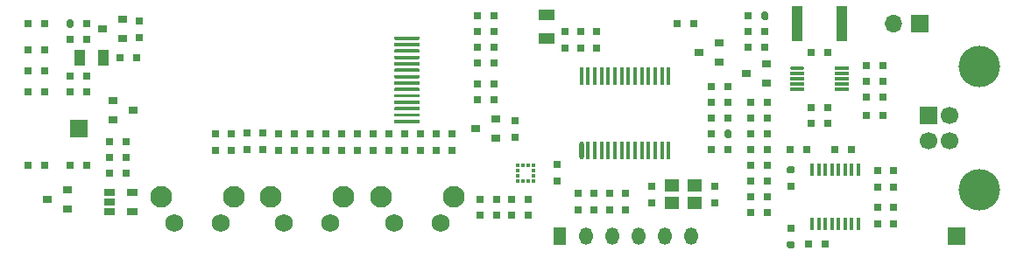
<source format=gts>
%TF.GenerationSoftware,KiCad,Pcbnew,(5.1.10)-1*%
%TF.CreationDate,2021-09-27T23:39:52+02:00*%
%TF.ProjectId,XX,58582e6b-6963-4616-945f-706362585858,V00*%
%TF.SameCoordinates,Original*%
%TF.FileFunction,Soldermask,Top*%
%TF.FilePolarity,Negative*%
%FSLAX46Y46*%
G04 Gerber Fmt 4.6, Leading zero omitted, Abs format (unit mm)*
G04 Created by KiCad (PCBNEW (5.1.10)-1) date 2021-09-27 23:39:52*
%MOMM*%
%LPD*%
G01*
G04 APERTURE LIST*
%ADD10C,2.100000*%
%ADD11C,1.750000*%
%ADD12R,1.300000X1.700000*%
%ADD13O,1.300000X1.700000*%
%ADD14R,1.700000X1.700000*%
%ADD15O,1.700000X1.700000*%
%ADD16R,0.700000X0.800000*%
%ADD17R,0.800000X0.700000*%
%ADD18R,1.000000X1.500000*%
%ADD19R,1.400000X1.200000*%
%ADD20R,1.500000X1.000000*%
%ADD21R,0.900000X0.800000*%
%ADD22O,1.475000X0.300000*%
%ADD23R,1.475000X0.300000*%
%ADD24O,0.400000X1.200000*%
%ADD25R,0.400000X1.200000*%
%ADD26R,0.375000X0.350000*%
%ADD27R,0.350000X0.375000*%
%ADD28R,1.060000X0.650000*%
%ADD29O,0.450000X1.750000*%
%ADD30R,0.450000X1.750000*%
%ADD31C,1.700000*%
%ADD32C,4.000000*%
%ADD33R,1.125000X3.400000*%
G04 APERTURE END LIST*
D10*
%TO.C,SW3*%
X128570000Y-96290600D03*
D11*
X129830000Y-98780600D03*
X134330000Y-98780600D03*
D10*
X135580000Y-96290600D03*
%TD*%
%TO.C,SW2*%
X139238000Y-96290600D03*
D11*
X140498000Y-98780600D03*
X144998000Y-98780600D03*
D10*
X146248000Y-96290600D03*
%TD*%
%TO.C,SW1*%
X118003600Y-96290600D03*
D11*
X119263600Y-98780600D03*
X123763600Y-98780600D03*
D10*
X125013600Y-96290600D03*
%TD*%
D12*
%TO.C,J1*%
X156464000Y-100050600D03*
D13*
X159004000Y-100050600D03*
X161544000Y-100050600D03*
X164084000Y-100050600D03*
X166624000Y-100050600D03*
X169164000Y-100050600D03*
%TD*%
D14*
%TO.C,J5*%
X191262000Y-79502000D03*
D15*
X188722000Y-79502000D03*
%TD*%
D14*
%TO.C,J4*%
X109982000Y-89662000D03*
%TD*%
%TO.C,U7*%
G36*
G01*
X140480000Y-80986000D02*
X140480000Y-80826000D01*
G75*
G02*
X140560000Y-80746000I80000J0D01*
G01*
X142900000Y-80746000D01*
G75*
G02*
X142980000Y-80826000I0J-80000D01*
G01*
X142980000Y-80986000D01*
G75*
G02*
X142900000Y-81066000I-80000J0D01*
G01*
X140560000Y-81066000D01*
G75*
G02*
X140480000Y-80986000I0J80000D01*
G01*
G37*
G36*
G01*
X140480000Y-81606000D02*
X140480000Y-81446000D01*
G75*
G02*
X140560000Y-81366000I80000J0D01*
G01*
X142900000Y-81366000D01*
G75*
G02*
X142980000Y-81446000I0J-80000D01*
G01*
X142980000Y-81606000D01*
G75*
G02*
X142900000Y-81686000I-80000J0D01*
G01*
X140560000Y-81686000D01*
G75*
G02*
X140480000Y-81606000I0J80000D01*
G01*
G37*
G36*
G01*
X140480000Y-82226000D02*
X140480000Y-82066000D01*
G75*
G02*
X140560000Y-81986000I80000J0D01*
G01*
X142900000Y-81986000D01*
G75*
G02*
X142980000Y-82066000I0J-80000D01*
G01*
X142980000Y-82226000D01*
G75*
G02*
X142900000Y-82306000I-80000J0D01*
G01*
X140560000Y-82306000D01*
G75*
G02*
X140480000Y-82226000I0J80000D01*
G01*
G37*
G36*
G01*
X140480000Y-82846000D02*
X140480000Y-82686000D01*
G75*
G02*
X140560000Y-82606000I80000J0D01*
G01*
X142900000Y-82606000D01*
G75*
G02*
X142980000Y-82686000I0J-80000D01*
G01*
X142980000Y-82846000D01*
G75*
G02*
X142900000Y-82926000I-80000J0D01*
G01*
X140560000Y-82926000D01*
G75*
G02*
X140480000Y-82846000I0J80000D01*
G01*
G37*
G36*
G01*
X140480000Y-83466000D02*
X140480000Y-83306000D01*
G75*
G02*
X140560000Y-83226000I80000J0D01*
G01*
X142900000Y-83226000D01*
G75*
G02*
X142980000Y-83306000I0J-80000D01*
G01*
X142980000Y-83466000D01*
G75*
G02*
X142900000Y-83546000I-80000J0D01*
G01*
X140560000Y-83546000D01*
G75*
G02*
X140480000Y-83466000I0J80000D01*
G01*
G37*
G36*
G01*
X140480000Y-84086000D02*
X140480000Y-83926000D01*
G75*
G02*
X140560000Y-83846000I80000J0D01*
G01*
X142900000Y-83846000D01*
G75*
G02*
X142980000Y-83926000I0J-80000D01*
G01*
X142980000Y-84086000D01*
G75*
G02*
X142900000Y-84166000I-80000J0D01*
G01*
X140560000Y-84166000D01*
G75*
G02*
X140480000Y-84086000I0J80000D01*
G01*
G37*
G36*
G01*
X140480000Y-84706000D02*
X140480000Y-84546000D01*
G75*
G02*
X140560000Y-84466000I80000J0D01*
G01*
X142900000Y-84466000D01*
G75*
G02*
X142980000Y-84546000I0J-80000D01*
G01*
X142980000Y-84706000D01*
G75*
G02*
X142900000Y-84786000I-80000J0D01*
G01*
X140560000Y-84786000D01*
G75*
G02*
X140480000Y-84706000I0J80000D01*
G01*
G37*
G36*
G01*
X140480000Y-85326000D02*
X140480000Y-85166000D01*
G75*
G02*
X140560000Y-85086000I80000J0D01*
G01*
X142900000Y-85086000D01*
G75*
G02*
X142980000Y-85166000I0J-80000D01*
G01*
X142980000Y-85326000D01*
G75*
G02*
X142900000Y-85406000I-80000J0D01*
G01*
X140560000Y-85406000D01*
G75*
G02*
X140480000Y-85326000I0J80000D01*
G01*
G37*
G36*
G01*
X140480000Y-85946000D02*
X140480000Y-85786000D01*
G75*
G02*
X140560000Y-85706000I80000J0D01*
G01*
X142900000Y-85706000D01*
G75*
G02*
X142980000Y-85786000I0J-80000D01*
G01*
X142980000Y-85946000D01*
G75*
G02*
X142900000Y-86026000I-80000J0D01*
G01*
X140560000Y-86026000D01*
G75*
G02*
X140480000Y-85946000I0J80000D01*
G01*
G37*
G36*
G01*
X140480000Y-86566000D02*
X140480000Y-86406000D01*
G75*
G02*
X140560000Y-86326000I80000J0D01*
G01*
X142900000Y-86326000D01*
G75*
G02*
X142980000Y-86406000I0J-80000D01*
G01*
X142980000Y-86566000D01*
G75*
G02*
X142900000Y-86646000I-80000J0D01*
G01*
X140560000Y-86646000D01*
G75*
G02*
X140480000Y-86566000I0J80000D01*
G01*
G37*
G36*
G01*
X140480000Y-87186000D02*
X140480000Y-87026000D01*
G75*
G02*
X140560000Y-86946000I80000J0D01*
G01*
X142900000Y-86946000D01*
G75*
G02*
X142980000Y-87026000I0J-80000D01*
G01*
X142980000Y-87186000D01*
G75*
G02*
X142900000Y-87266000I-80000J0D01*
G01*
X140560000Y-87266000D01*
G75*
G02*
X140480000Y-87186000I0J80000D01*
G01*
G37*
G36*
G01*
X140480000Y-87806000D02*
X140480000Y-87646000D01*
G75*
G02*
X140560000Y-87566000I80000J0D01*
G01*
X142900000Y-87566000D01*
G75*
G02*
X142980000Y-87646000I0J-80000D01*
G01*
X142980000Y-87806000D01*
G75*
G02*
X142900000Y-87886000I-80000J0D01*
G01*
X140560000Y-87886000D01*
G75*
G02*
X140480000Y-87806000I0J80000D01*
G01*
G37*
G36*
G01*
X140480000Y-88426000D02*
X140480000Y-88266000D01*
G75*
G02*
X140560000Y-88186000I80000J0D01*
G01*
X142900000Y-88186000D01*
G75*
G02*
X142980000Y-88266000I0J-80000D01*
G01*
X142980000Y-88426000D01*
G75*
G02*
X142900000Y-88506000I-80000J0D01*
G01*
X140560000Y-88506000D01*
G75*
G02*
X140480000Y-88426000I0J80000D01*
G01*
G37*
G36*
G01*
X140480000Y-89046000D02*
X140480000Y-88886000D01*
G75*
G02*
X140560000Y-88806000I80000J0D01*
G01*
X142900000Y-88806000D01*
G75*
G02*
X142980000Y-88886000I0J-80000D01*
G01*
X142980000Y-89046000D01*
G75*
G02*
X142900000Y-89126000I-80000J0D01*
G01*
X140560000Y-89126000D01*
G75*
G02*
X140480000Y-89046000I0J80000D01*
G01*
G37*
%TD*%
D16*
%TO.C,R16*%
X114604000Y-93980000D03*
X112980000Y-93980000D03*
%TD*%
%TO.C,R44*%
X148540000Y-83312000D03*
X150164000Y-83312000D03*
%TD*%
%TO.C,C13*%
X148794000Y-98044000D03*
X150418000Y-98044000D03*
%TD*%
D17*
%TO.C,C21*%
X139954000Y-91744000D03*
X139954000Y-90120000D03*
%TD*%
D18*
%TO.C,L1*%
X110109000Y-82804000D03*
X112395000Y-82804000D03*
%TD*%
D16*
%TO.C,R12*%
X109170000Y-81000600D03*
X110794000Y-81000600D03*
%TD*%
%TO.C,R7*%
X110794000Y-93218000D03*
X109170000Y-93218000D03*
%TD*%
%TO.C,C11*%
X113996000Y-82804000D03*
X115620000Y-82804000D03*
%TD*%
D19*
%TO.C,Y1*%
X167302000Y-96836600D03*
X169502000Y-96836600D03*
X169502000Y-95136600D03*
X167302000Y-95136600D03*
%TD*%
D14*
%TO.C,J3*%
X194818000Y-100076000D03*
%TD*%
D16*
%TO.C,R1*%
X105106000Y-79502000D03*
X106730000Y-79502000D03*
%TD*%
%TO.C,C8*%
X110794000Y-86106000D03*
X109170000Y-86106000D03*
%TD*%
%TO.C,C6*%
X105106000Y-84074000D03*
X106730000Y-84074000D03*
%TD*%
D17*
%TO.C,C5*%
X171450000Y-96824000D03*
X171450000Y-95200000D03*
%TD*%
%TO.C,C4*%
X165354000Y-95200000D03*
X165354000Y-96824000D03*
%TD*%
D16*
%TO.C,C3*%
X167844000Y-79502000D03*
X169468000Y-79502000D03*
%TD*%
%TO.C,C2*%
X172770000Y-87122000D03*
X171146000Y-87122000D03*
%TD*%
D17*
%TO.C,R36*%
X152146000Y-90474000D03*
X152146000Y-88850000D03*
%TD*%
D16*
%TO.C,R14*%
X171146000Y-85598000D03*
X172770000Y-85598000D03*
%TD*%
%TO.C,R13*%
X114604000Y-90906600D03*
X112980000Y-90906600D03*
%TD*%
D17*
%TO.C,R9*%
X115824000Y-80822000D03*
X115824000Y-79198000D03*
%TD*%
D16*
%TO.C,R43*%
X176326000Y-80264000D03*
X174702000Y-80264000D03*
%TD*%
D17*
%TO.C,R21*%
X129286000Y-90120000D03*
X129286000Y-91744000D03*
%TD*%
%TO.C,R20*%
X138430000Y-91744000D03*
X138430000Y-90120000D03*
%TD*%
%TO.C,R19*%
X123190000Y-90120000D03*
X123190000Y-91744000D03*
%TD*%
D16*
%TO.C,R11*%
X106730000Y-86106000D03*
X105106000Y-86106000D03*
%TD*%
%TO.C,R10*%
X109170000Y-84582000D03*
X110794000Y-84582000D03*
%TD*%
%TO.C,C10*%
X112980000Y-92456000D03*
X114604000Y-92456000D03*
%TD*%
%TO.C,L3*%
X186132000Y-88392000D03*
X187756000Y-88392000D03*
%TD*%
D20*
%TO.C,L2*%
X155194000Y-78613000D03*
X155194000Y-80899000D03*
%TD*%
D16*
%TO.C,R38*%
X180390000Y-91668600D03*
X178766000Y-91668600D03*
%TD*%
%TO.C,R28*%
X182168000Y-100812600D03*
X180544000Y-100812600D03*
%TD*%
%TO.C,R6*%
X171146000Y-91694000D03*
X172770000Y-91694000D03*
%TD*%
D17*
%TO.C,R5*%
X159766000Y-95936600D03*
X159766000Y-97560600D03*
%TD*%
%TO.C,R4*%
X158242000Y-97560600D03*
X158242000Y-95936600D03*
%TD*%
%TO.C,R3*%
X161290000Y-97560600D03*
X161290000Y-95936600D03*
%TD*%
%TO.C,R2*%
X162814000Y-97560600D03*
X162814000Y-95936600D03*
%TD*%
D16*
%TO.C,C1*%
X172770000Y-88646000D03*
X171146000Y-88646000D03*
%TD*%
%TO.C,R45*%
X174956000Y-90170000D03*
X176580000Y-90170000D03*
%TD*%
D21*
%TO.C,U3*%
X176514000Y-85278000D03*
X176514000Y-83378000D03*
X174514000Y-84328000D03*
%TD*%
D22*
%TO.C,U6*%
X179447500Y-83836000D03*
D23*
X179447500Y-84336000D03*
X179447500Y-84836000D03*
X179447500Y-85336000D03*
X179447500Y-85836000D03*
X183772500Y-85836000D03*
X183772500Y-85336000D03*
X183772500Y-84836000D03*
X183772500Y-84336000D03*
X183772500Y-83836000D03*
%TD*%
D24*
%TO.C,U5*%
X180911500Y-98866000D03*
D25*
X181546500Y-98866000D03*
X182181500Y-98866000D03*
X182816500Y-98866000D03*
X183451500Y-98866000D03*
X184086500Y-98866000D03*
X184721500Y-98866000D03*
X185356500Y-98866000D03*
X185356500Y-93666000D03*
X184721500Y-93666000D03*
X184086500Y-93666000D03*
X183451500Y-93666000D03*
X182816500Y-93666000D03*
X182181500Y-93666000D03*
X181546500Y-93666000D03*
X180911500Y-93666000D03*
%TD*%
D26*
%TO.C,U4*%
X152399500Y-93704600D03*
X152399500Y-94204600D03*
X153924500Y-93704600D03*
X153924500Y-94204600D03*
X152399500Y-94704600D03*
X153924500Y-94704600D03*
X152399500Y-93204600D03*
X153924500Y-93204600D03*
D27*
X152912000Y-94717100D03*
X153412000Y-94717100D03*
X153412000Y-93192100D03*
X152912000Y-93192100D03*
%TD*%
D28*
%TO.C,U2*%
X112946000Y-95824000D03*
X112946000Y-96774000D03*
X112946000Y-97724000D03*
X115146000Y-97724000D03*
X115146000Y-95824000D03*
%TD*%
D29*
%TO.C,U1*%
X158589000Y-91738000D03*
D30*
X159239000Y-91738000D03*
X159889000Y-91738000D03*
X160539000Y-91738000D03*
X161189000Y-91738000D03*
X161839000Y-91738000D03*
X162489000Y-91738000D03*
X163139000Y-91738000D03*
X163789000Y-91738000D03*
X164439000Y-91738000D03*
X165089000Y-91738000D03*
X165739000Y-91738000D03*
X166389000Y-91738000D03*
X167039000Y-91738000D03*
X167039000Y-84538000D03*
X166389000Y-84538000D03*
X165739000Y-84538000D03*
X165089000Y-84538000D03*
X164439000Y-84538000D03*
X163789000Y-84538000D03*
X163139000Y-84538000D03*
X162489000Y-84538000D03*
X161839000Y-84538000D03*
X161189000Y-84538000D03*
X160539000Y-84538000D03*
X159889000Y-84538000D03*
X159239000Y-84538000D03*
X158589000Y-84538000D03*
%TD*%
D16*
%TO.C,TH1*%
X186132000Y-86614000D03*
X187756000Y-86614000D03*
%TD*%
%TO.C,R42*%
X150164000Y-81788000D03*
X148540000Y-81788000D03*
%TD*%
D17*
%TO.C,R41*%
X160020000Y-80214000D03*
X160020000Y-81838000D03*
%TD*%
%TO.C,R40*%
X187198000Y-97232000D03*
X187198000Y-98856000D03*
%TD*%
%TO.C,R39*%
X187198000Y-95300000D03*
X187198000Y-93676000D03*
%TD*%
D16*
%TO.C,R37*%
X180798000Y-89128600D03*
X182422000Y-89128600D03*
%TD*%
%TO.C,R35*%
X174956000Y-91694000D03*
X176580000Y-91694000D03*
%TD*%
%TO.C,R34*%
X176580000Y-88646000D03*
X174956000Y-88646000D03*
%TD*%
D17*
%TO.C,R33*%
X135382000Y-91744000D03*
X135382000Y-90120000D03*
%TD*%
%TO.C,R32*%
X136906000Y-91744000D03*
X136906000Y-90120000D03*
%TD*%
D16*
%TO.C,R31*%
X176580000Y-93218000D03*
X174956000Y-93218000D03*
%TD*%
%TO.C,R30*%
X187756000Y-83566000D03*
X186132000Y-83566000D03*
%TD*%
%TO.C,R29*%
X186132000Y-85090000D03*
X187756000Y-85090000D03*
%TD*%
%TO.C,R27*%
X176580000Y-96266000D03*
X174956000Y-96266000D03*
%TD*%
%TO.C,R26*%
X174956000Y-97790000D03*
X176580000Y-97790000D03*
%TD*%
%TO.C,R25*%
X151842000Y-98044000D03*
X153466000Y-98044000D03*
%TD*%
D17*
%TO.C,R24*%
X132334000Y-91744000D03*
X132334000Y-90120000D03*
%TD*%
%TO.C,R23*%
X141478000Y-91744000D03*
X141478000Y-90120000D03*
%TD*%
%TO.C,R22*%
X126238000Y-91718600D03*
X126238000Y-90094600D03*
%TD*%
D16*
%TO.C,R15*%
X150418000Y-96520000D03*
X148794000Y-96520000D03*
%TD*%
%TO.C,R8*%
X105106000Y-93218000D03*
X106730000Y-93218000D03*
%TD*%
D21*
%TO.C,Q4*%
X150352000Y-90612000D03*
X150352000Y-88712000D03*
X148352000Y-89662000D03*
%TD*%
%TO.C,Q3*%
X171942000Y-83246000D03*
X171942000Y-81346000D03*
X169942000Y-82296000D03*
%TD*%
%TO.C,Q2*%
X113300000Y-86934000D03*
X113300000Y-88834000D03*
X115300000Y-87884000D03*
%TD*%
%TO.C,Q1*%
X114284000Y-80960000D03*
X114284000Y-79060000D03*
X112284000Y-80010000D03*
%TD*%
D14*
%TO.C,J2*%
X192176000Y-88350000D03*
D31*
X192176000Y-90850000D03*
X194176000Y-90850000D03*
X194176000Y-88350000D03*
D32*
X197036000Y-95600000D03*
X197036000Y-83600000D03*
%TD*%
D33*
%TO.C,F1*%
X179472500Y-79502000D03*
X183747500Y-79502000D03*
%TD*%
D16*
%TO.C,D6*%
X174702000Y-78740000D03*
G36*
G01*
X176676000Y-78515000D02*
X176676000Y-78965000D01*
G75*
G02*
X176501000Y-79140000I-175000J0D01*
G01*
X176151000Y-79140000D01*
G75*
G02*
X175976000Y-78965000I0J175000D01*
G01*
X175976000Y-78515000D01*
G75*
G02*
X176151000Y-78340000I175000J0D01*
G01*
X176501000Y-78340000D01*
G75*
G02*
X176676000Y-78515000I0J-175000D01*
G01*
G37*
%TD*%
D17*
%TO.C,D5*%
X178816000Y-95274600D03*
G36*
G01*
X178591000Y-93300600D02*
X179041000Y-93300600D01*
G75*
G02*
X179216000Y-93475600I0J-175000D01*
G01*
X179216000Y-93825600D01*
G75*
G02*
X179041000Y-94000600I-175000J0D01*
G01*
X178591000Y-94000600D01*
G75*
G02*
X178416000Y-93825600I0J175000D01*
G01*
X178416000Y-93475600D01*
G75*
G02*
X178591000Y-93300600I175000J0D01*
G01*
G37*
%TD*%
%TO.C,D4*%
X178816000Y-99264000D03*
G36*
G01*
X179041000Y-101238000D02*
X178591000Y-101238000D01*
G75*
G02*
X178416000Y-101063000I0J175000D01*
G01*
X178416000Y-100713000D01*
G75*
G02*
X178591000Y-100538000I175000J0D01*
G01*
X179041000Y-100538000D01*
G75*
G02*
X179216000Y-100713000I0J-175000D01*
G01*
X179216000Y-101063000D01*
G75*
G02*
X179041000Y-101238000I-175000J0D01*
G01*
G37*
%TD*%
D16*
%TO.C,D3*%
X171146000Y-90170000D03*
G36*
G01*
X173120000Y-89945000D02*
X173120000Y-90395000D01*
G75*
G02*
X172945000Y-90570000I-175000J0D01*
G01*
X172595000Y-90570000D01*
G75*
G02*
X172420000Y-90395000I0J175000D01*
G01*
X172420000Y-89945000D01*
G75*
G02*
X172595000Y-89770000I175000J0D01*
G01*
X172945000Y-89770000D01*
G75*
G02*
X173120000Y-89945000I0J-175000D01*
G01*
G37*
%TD*%
D21*
%TO.C,D2*%
X108950000Y-97470000D03*
X108950000Y-95570000D03*
X106950000Y-96520000D03*
%TD*%
D16*
%TO.C,D1*%
X110794000Y-79502000D03*
G36*
G01*
X108820000Y-79727000D02*
X108820000Y-79277000D01*
G75*
G02*
X108995000Y-79102000I175000J0D01*
G01*
X109345000Y-79102000D01*
G75*
G02*
X109520000Y-79277000I0J-175000D01*
G01*
X109520000Y-79727000D01*
G75*
G02*
X109345000Y-79902000I-175000J0D01*
G01*
X108995000Y-79902000D01*
G75*
G02*
X108820000Y-79727000I0J175000D01*
G01*
G37*
%TD*%
%TO.C,C36*%
X150164000Y-78740000D03*
X148540000Y-78740000D03*
%TD*%
%TO.C,C35*%
X150164000Y-80264000D03*
X148540000Y-80264000D03*
%TD*%
%TO.C,C34*%
X180798000Y-87630000D03*
X182422000Y-87630000D03*
%TD*%
D17*
%TO.C,C33*%
X188722000Y-95300000D03*
X188722000Y-93676000D03*
%TD*%
%TO.C,C32*%
X146050000Y-91744000D03*
X146050000Y-90120000D03*
%TD*%
%TO.C,C31*%
X188722000Y-97232000D03*
X188722000Y-98856000D03*
%TD*%
%TO.C,C30*%
X144526000Y-90120000D03*
X144526000Y-91744000D03*
%TD*%
D16*
%TO.C,C29*%
X150164000Y-86868000D03*
X148540000Y-86868000D03*
%TD*%
%TO.C,C28*%
X150164000Y-85344000D03*
X148540000Y-85344000D03*
%TD*%
%TO.C,C27*%
X183084000Y-91694000D03*
X184708000Y-91694000D03*
%TD*%
%TO.C,C26*%
X180798000Y-82270600D03*
X182422000Y-82270600D03*
%TD*%
%TO.C,C25*%
X176580000Y-94742000D03*
X174956000Y-94742000D03*
%TD*%
D17*
%TO.C,C24*%
X156210000Y-93142600D03*
X156210000Y-94766600D03*
%TD*%
D16*
%TO.C,C23*%
X151842000Y-96520000D03*
X153466000Y-96520000D03*
%TD*%
D17*
%TO.C,C22*%
X133858000Y-91744000D03*
X133858000Y-90120000D03*
%TD*%
%TO.C,C20*%
X127762000Y-91718600D03*
X127762000Y-90094600D03*
%TD*%
%TO.C,C19*%
X130810000Y-90120000D03*
X130810000Y-91744000D03*
%TD*%
%TO.C,C18*%
X143002000Y-90120000D03*
X143002000Y-91744000D03*
%TD*%
%TO.C,C17*%
X124714000Y-90120000D03*
X124714000Y-91744000D03*
%TD*%
%TO.C,C16*%
X156972000Y-81838000D03*
X156972000Y-80214000D03*
%TD*%
%TO.C,C15*%
X158496000Y-81838000D03*
X158496000Y-80214000D03*
%TD*%
D16*
%TO.C,C12*%
X176580000Y-87122000D03*
X174956000Y-87122000D03*
%TD*%
%TO.C,C9*%
X176326000Y-81788000D03*
X174702000Y-81788000D03*
%TD*%
%TO.C,C7*%
X105106000Y-82042000D03*
X106730000Y-82042000D03*
%TD*%
M02*

</source>
